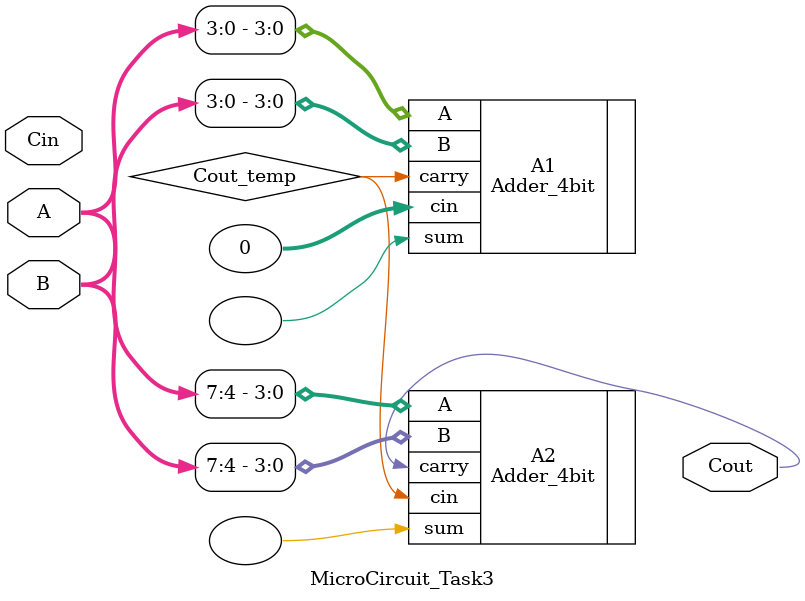
<source format=sv>
`timescale 1ns / 1ps

module MicroCircuit_Task3(
input logic [7:0]A,
input logic [7:0]B,
input logic Cin,
output logic Cout

    );
    
   logic Cout_temp;
   Adder_4bit A1 (
   .A(A[3:0]),
   .B(B[3:0]),
   .cin(0),
   .carry(Cout_temp),
   .sum()
   
   );
    Adder_4bit A2 (
   .A(A[7:4]),
   .B(B[7:4]),
  .cin(Cout_temp),
   .carry(Cout),
   .sum()
   
   );
endmodule

</source>
